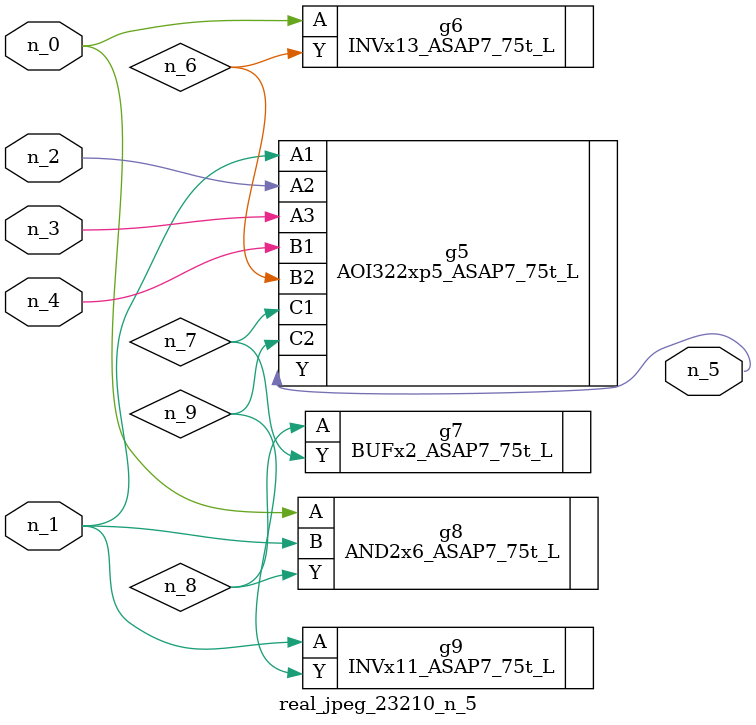
<source format=v>
module real_jpeg_23210_n_5 (n_4, n_0, n_1, n_2, n_3, n_5);

input n_4;
input n_0;
input n_1;
input n_2;
input n_3;

output n_5;

wire n_8;
wire n_6;
wire n_7;
wire n_9;

INVx13_ASAP7_75t_L g6 ( 
.A(n_0),
.Y(n_6)
);

AND2x6_ASAP7_75t_L g8 ( 
.A(n_0),
.B(n_1),
.Y(n_8)
);

AOI322xp5_ASAP7_75t_L g5 ( 
.A1(n_1),
.A2(n_2),
.A3(n_3),
.B1(n_4),
.B2(n_6),
.C1(n_7),
.C2(n_9),
.Y(n_5)
);

INVx11_ASAP7_75t_L g9 ( 
.A(n_1),
.Y(n_9)
);

BUFx2_ASAP7_75t_L g7 ( 
.A(n_8),
.Y(n_7)
);


endmodule
</source>
